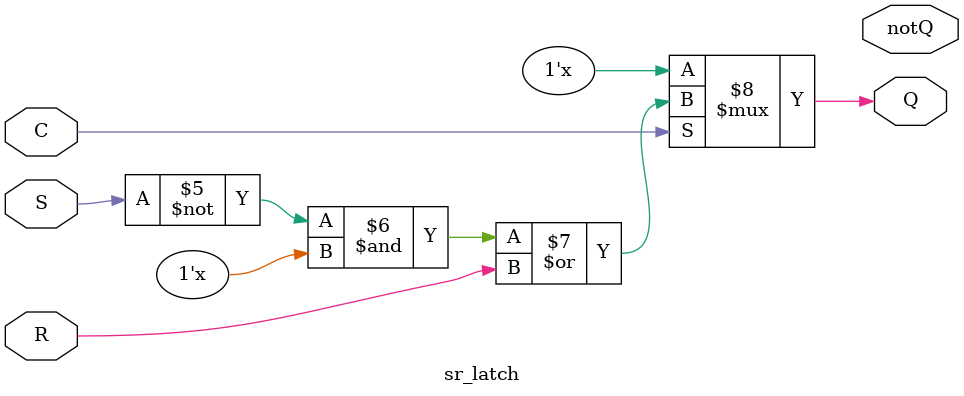
<source format=v>
module sr_latch(
        input wire S, R, C,
        output reg Q, notQ
    );

always@(S, R, C, Q, notQ)
    if(C) begin
        Q <= (~R & Q) | S;
        Q <= (~S & Q) | R;
    end
endmodule

</source>
